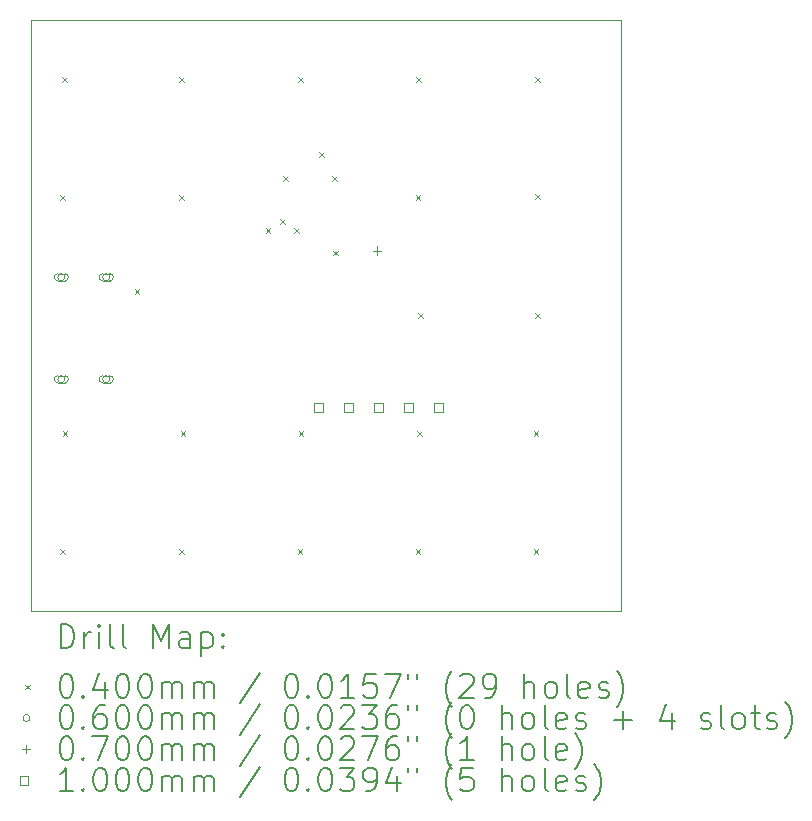
<source format=gbr>
%TF.GenerationSoftware,KiCad,Pcbnew,7.0.9*%
%TF.CreationDate,2024-04-06T01:04:06+02:00*%
%TF.ProjectId,v3,76332e6b-6963-4616-945f-706362585858,rev?*%
%TF.SameCoordinates,Original*%
%TF.FileFunction,Drillmap*%
%TF.FilePolarity,Positive*%
%FSLAX45Y45*%
G04 Gerber Fmt 4.5, Leading zero omitted, Abs format (unit mm)*
G04 Created by KiCad (PCBNEW 7.0.9) date 2024-04-06 01:04:06*
%MOMM*%
%LPD*%
G01*
G04 APERTURE LIST*
%ADD10C,0.100000*%
%ADD11C,0.200000*%
G04 APERTURE END LIST*
D10*
X13000000Y-7000000D02*
X18000000Y-7000000D01*
X18000000Y-12000000D01*
X13000000Y-12000000D01*
X13000000Y-7000000D01*
D11*
D10*
X13250000Y-8480000D02*
X13290000Y-8520000D01*
X13290000Y-8480000D02*
X13250000Y-8520000D01*
X13250000Y-11480000D02*
X13290000Y-11520000D01*
X13290000Y-11480000D02*
X13250000Y-11520000D01*
X13265000Y-7480000D02*
X13305000Y-7520000D01*
X13305000Y-7480000D02*
X13265000Y-7520000D01*
X13270000Y-10480000D02*
X13310000Y-10520000D01*
X13310000Y-10480000D02*
X13270000Y-10520000D01*
X13880000Y-9280000D02*
X13920000Y-9320000D01*
X13920000Y-9280000D02*
X13880000Y-9320000D01*
X14260000Y-7480000D02*
X14300000Y-7520000D01*
X14300000Y-7480000D02*
X14260000Y-7520000D01*
X14260000Y-8480000D02*
X14300000Y-8520000D01*
X14300000Y-8480000D02*
X14260000Y-8520000D01*
X14260000Y-11480000D02*
X14300000Y-11520000D01*
X14300000Y-11480000D02*
X14260000Y-11520000D01*
X14270000Y-10480000D02*
X14310000Y-10520000D01*
X14310000Y-10480000D02*
X14270000Y-10520000D01*
X14990000Y-8760000D02*
X15030000Y-8800000D01*
X15030000Y-8760000D02*
X14990000Y-8800000D01*
X15110000Y-8685000D02*
X15150000Y-8725000D01*
X15150000Y-8685000D02*
X15110000Y-8725000D01*
X15140000Y-8320000D02*
X15180000Y-8360000D01*
X15180000Y-8320000D02*
X15140000Y-8360000D01*
X15230000Y-8760000D02*
X15270000Y-8800000D01*
X15270000Y-8760000D02*
X15230000Y-8800000D01*
X15260000Y-11480000D02*
X15300000Y-11520000D01*
X15300000Y-11480000D02*
X15260000Y-11520000D01*
X15265000Y-7480000D02*
X15305000Y-7520000D01*
X15305000Y-7480000D02*
X15265000Y-7520000D01*
X15270000Y-10480000D02*
X15310000Y-10520000D01*
X15310000Y-10480000D02*
X15270000Y-10520000D01*
X15440000Y-8120000D02*
X15480000Y-8160000D01*
X15480000Y-8120000D02*
X15440000Y-8160000D01*
X15550000Y-8320000D02*
X15590000Y-8360000D01*
X15590000Y-8320000D02*
X15550000Y-8360000D01*
X15560000Y-8950000D02*
X15600000Y-8990000D01*
X15600000Y-8950000D02*
X15560000Y-8990000D01*
X16260000Y-8480000D02*
X16300000Y-8520000D01*
X16300000Y-8480000D02*
X16260000Y-8520000D01*
X16260000Y-11480000D02*
X16300000Y-11520000D01*
X16300000Y-11480000D02*
X16260000Y-11520000D01*
X16265000Y-7480000D02*
X16305000Y-7520000D01*
X16305000Y-7480000D02*
X16265000Y-7520000D01*
X16270000Y-10480000D02*
X16310000Y-10520000D01*
X16310000Y-10480000D02*
X16270000Y-10520000D01*
X16280000Y-9480000D02*
X16320000Y-9520000D01*
X16320000Y-9480000D02*
X16280000Y-9520000D01*
X17260000Y-10480000D02*
X17300000Y-10520000D01*
X17300000Y-10480000D02*
X17260000Y-10520000D01*
X17260000Y-11480000D02*
X17300000Y-11520000D01*
X17300000Y-11480000D02*
X17260000Y-11520000D01*
X17270000Y-7480000D02*
X17310000Y-7520000D01*
X17310000Y-7480000D02*
X17270000Y-7520000D01*
X17270000Y-8470000D02*
X17310000Y-8510000D01*
X17310000Y-8470000D02*
X17270000Y-8510000D01*
X17270000Y-9480000D02*
X17310000Y-9520000D01*
X17310000Y-9480000D02*
X17270000Y-9520000D01*
X13290000Y-9176000D02*
G75*
G03*
X13290000Y-9176000I-30000J0D01*
G01*
X13230000Y-9206000D02*
X13290000Y-9206000D01*
X13290000Y-9206000D02*
G75*
G03*
X13290000Y-9146000I0J30000D01*
G01*
X13290000Y-9146000D02*
X13230000Y-9146000D01*
X13230000Y-9146000D02*
G75*
G03*
X13230000Y-9206000I0J-30000D01*
G01*
X13290000Y-10040000D02*
G75*
G03*
X13290000Y-10040000I-30000J0D01*
G01*
X13230000Y-10070000D02*
X13290000Y-10070000D01*
X13290000Y-10070000D02*
G75*
G03*
X13290000Y-10010000I0J30000D01*
G01*
X13290000Y-10010000D02*
X13230000Y-10010000D01*
X13230000Y-10010000D02*
G75*
G03*
X13230000Y-10070000I0J-30000D01*
G01*
X13670000Y-9176000D02*
G75*
G03*
X13670000Y-9176000I-30000J0D01*
G01*
X13610000Y-9206000D02*
X13670000Y-9206000D01*
X13670000Y-9206000D02*
G75*
G03*
X13670000Y-9146000I0J30000D01*
G01*
X13670000Y-9146000D02*
X13610000Y-9146000D01*
X13610000Y-9146000D02*
G75*
G03*
X13610000Y-9206000I0J-30000D01*
G01*
X13670000Y-10040000D02*
G75*
G03*
X13670000Y-10040000I-30000J0D01*
G01*
X13610000Y-10070000D02*
X13670000Y-10070000D01*
X13670000Y-10070000D02*
G75*
G03*
X13670000Y-10010000I0J30000D01*
G01*
X13670000Y-10010000D02*
X13610000Y-10010000D01*
X13610000Y-10010000D02*
G75*
G03*
X13610000Y-10070000I0J-30000D01*
G01*
X15930000Y-8915000D02*
X15930000Y-8985000D01*
X15895000Y-8950000D02*
X15965000Y-8950000D01*
X15471356Y-10315356D02*
X15471356Y-10244644D01*
X15400644Y-10244644D01*
X15400644Y-10315356D01*
X15471356Y-10315356D01*
X15725356Y-10315356D02*
X15725356Y-10244644D01*
X15654644Y-10244644D01*
X15654644Y-10315356D01*
X15725356Y-10315356D01*
X15979356Y-10315356D02*
X15979356Y-10244644D01*
X15908644Y-10244644D01*
X15908644Y-10315356D01*
X15979356Y-10315356D01*
X16233356Y-10315356D02*
X16233356Y-10244644D01*
X16162644Y-10244644D01*
X16162644Y-10315356D01*
X16233356Y-10315356D01*
X16487356Y-10315356D02*
X16487356Y-10244644D01*
X16416644Y-10244644D01*
X16416644Y-10315356D01*
X16487356Y-10315356D01*
D11*
X13255777Y-12316484D02*
X13255777Y-12116484D01*
X13255777Y-12116484D02*
X13303396Y-12116484D01*
X13303396Y-12116484D02*
X13331967Y-12126008D01*
X13331967Y-12126008D02*
X13351015Y-12145055D01*
X13351015Y-12145055D02*
X13360539Y-12164103D01*
X13360539Y-12164103D02*
X13370062Y-12202198D01*
X13370062Y-12202198D02*
X13370062Y-12230769D01*
X13370062Y-12230769D02*
X13360539Y-12268865D01*
X13360539Y-12268865D02*
X13351015Y-12287912D01*
X13351015Y-12287912D02*
X13331967Y-12306960D01*
X13331967Y-12306960D02*
X13303396Y-12316484D01*
X13303396Y-12316484D02*
X13255777Y-12316484D01*
X13455777Y-12316484D02*
X13455777Y-12183150D01*
X13455777Y-12221246D02*
X13465301Y-12202198D01*
X13465301Y-12202198D02*
X13474824Y-12192674D01*
X13474824Y-12192674D02*
X13493872Y-12183150D01*
X13493872Y-12183150D02*
X13512920Y-12183150D01*
X13579586Y-12316484D02*
X13579586Y-12183150D01*
X13579586Y-12116484D02*
X13570062Y-12126008D01*
X13570062Y-12126008D02*
X13579586Y-12135531D01*
X13579586Y-12135531D02*
X13589110Y-12126008D01*
X13589110Y-12126008D02*
X13579586Y-12116484D01*
X13579586Y-12116484D02*
X13579586Y-12135531D01*
X13703396Y-12316484D02*
X13684348Y-12306960D01*
X13684348Y-12306960D02*
X13674824Y-12287912D01*
X13674824Y-12287912D02*
X13674824Y-12116484D01*
X13808158Y-12316484D02*
X13789110Y-12306960D01*
X13789110Y-12306960D02*
X13779586Y-12287912D01*
X13779586Y-12287912D02*
X13779586Y-12116484D01*
X14036729Y-12316484D02*
X14036729Y-12116484D01*
X14036729Y-12116484D02*
X14103396Y-12259341D01*
X14103396Y-12259341D02*
X14170062Y-12116484D01*
X14170062Y-12116484D02*
X14170062Y-12316484D01*
X14351015Y-12316484D02*
X14351015Y-12211722D01*
X14351015Y-12211722D02*
X14341491Y-12192674D01*
X14341491Y-12192674D02*
X14322443Y-12183150D01*
X14322443Y-12183150D02*
X14284348Y-12183150D01*
X14284348Y-12183150D02*
X14265301Y-12192674D01*
X14351015Y-12306960D02*
X14331967Y-12316484D01*
X14331967Y-12316484D02*
X14284348Y-12316484D01*
X14284348Y-12316484D02*
X14265301Y-12306960D01*
X14265301Y-12306960D02*
X14255777Y-12287912D01*
X14255777Y-12287912D02*
X14255777Y-12268865D01*
X14255777Y-12268865D02*
X14265301Y-12249817D01*
X14265301Y-12249817D02*
X14284348Y-12240293D01*
X14284348Y-12240293D02*
X14331967Y-12240293D01*
X14331967Y-12240293D02*
X14351015Y-12230769D01*
X14446253Y-12183150D02*
X14446253Y-12383150D01*
X14446253Y-12192674D02*
X14465301Y-12183150D01*
X14465301Y-12183150D02*
X14503396Y-12183150D01*
X14503396Y-12183150D02*
X14522443Y-12192674D01*
X14522443Y-12192674D02*
X14531967Y-12202198D01*
X14531967Y-12202198D02*
X14541491Y-12221246D01*
X14541491Y-12221246D02*
X14541491Y-12278388D01*
X14541491Y-12278388D02*
X14531967Y-12297436D01*
X14531967Y-12297436D02*
X14522443Y-12306960D01*
X14522443Y-12306960D02*
X14503396Y-12316484D01*
X14503396Y-12316484D02*
X14465301Y-12316484D01*
X14465301Y-12316484D02*
X14446253Y-12306960D01*
X14627205Y-12297436D02*
X14636729Y-12306960D01*
X14636729Y-12306960D02*
X14627205Y-12316484D01*
X14627205Y-12316484D02*
X14617682Y-12306960D01*
X14617682Y-12306960D02*
X14627205Y-12297436D01*
X14627205Y-12297436D02*
X14627205Y-12316484D01*
X14627205Y-12192674D02*
X14636729Y-12202198D01*
X14636729Y-12202198D02*
X14627205Y-12211722D01*
X14627205Y-12211722D02*
X14617682Y-12202198D01*
X14617682Y-12202198D02*
X14627205Y-12192674D01*
X14627205Y-12192674D02*
X14627205Y-12211722D01*
D10*
X12955000Y-12625000D02*
X12995000Y-12665000D01*
X12995000Y-12625000D02*
X12955000Y-12665000D01*
D11*
X13293872Y-12536484D02*
X13312920Y-12536484D01*
X13312920Y-12536484D02*
X13331967Y-12546008D01*
X13331967Y-12546008D02*
X13341491Y-12555531D01*
X13341491Y-12555531D02*
X13351015Y-12574579D01*
X13351015Y-12574579D02*
X13360539Y-12612674D01*
X13360539Y-12612674D02*
X13360539Y-12660293D01*
X13360539Y-12660293D02*
X13351015Y-12698388D01*
X13351015Y-12698388D02*
X13341491Y-12717436D01*
X13341491Y-12717436D02*
X13331967Y-12726960D01*
X13331967Y-12726960D02*
X13312920Y-12736484D01*
X13312920Y-12736484D02*
X13293872Y-12736484D01*
X13293872Y-12736484D02*
X13274824Y-12726960D01*
X13274824Y-12726960D02*
X13265301Y-12717436D01*
X13265301Y-12717436D02*
X13255777Y-12698388D01*
X13255777Y-12698388D02*
X13246253Y-12660293D01*
X13246253Y-12660293D02*
X13246253Y-12612674D01*
X13246253Y-12612674D02*
X13255777Y-12574579D01*
X13255777Y-12574579D02*
X13265301Y-12555531D01*
X13265301Y-12555531D02*
X13274824Y-12546008D01*
X13274824Y-12546008D02*
X13293872Y-12536484D01*
X13446253Y-12717436D02*
X13455777Y-12726960D01*
X13455777Y-12726960D02*
X13446253Y-12736484D01*
X13446253Y-12736484D02*
X13436729Y-12726960D01*
X13436729Y-12726960D02*
X13446253Y-12717436D01*
X13446253Y-12717436D02*
X13446253Y-12736484D01*
X13627205Y-12603150D02*
X13627205Y-12736484D01*
X13579586Y-12526960D02*
X13531967Y-12669817D01*
X13531967Y-12669817D02*
X13655777Y-12669817D01*
X13770062Y-12536484D02*
X13789110Y-12536484D01*
X13789110Y-12536484D02*
X13808158Y-12546008D01*
X13808158Y-12546008D02*
X13817682Y-12555531D01*
X13817682Y-12555531D02*
X13827205Y-12574579D01*
X13827205Y-12574579D02*
X13836729Y-12612674D01*
X13836729Y-12612674D02*
X13836729Y-12660293D01*
X13836729Y-12660293D02*
X13827205Y-12698388D01*
X13827205Y-12698388D02*
X13817682Y-12717436D01*
X13817682Y-12717436D02*
X13808158Y-12726960D01*
X13808158Y-12726960D02*
X13789110Y-12736484D01*
X13789110Y-12736484D02*
X13770062Y-12736484D01*
X13770062Y-12736484D02*
X13751015Y-12726960D01*
X13751015Y-12726960D02*
X13741491Y-12717436D01*
X13741491Y-12717436D02*
X13731967Y-12698388D01*
X13731967Y-12698388D02*
X13722443Y-12660293D01*
X13722443Y-12660293D02*
X13722443Y-12612674D01*
X13722443Y-12612674D02*
X13731967Y-12574579D01*
X13731967Y-12574579D02*
X13741491Y-12555531D01*
X13741491Y-12555531D02*
X13751015Y-12546008D01*
X13751015Y-12546008D02*
X13770062Y-12536484D01*
X13960539Y-12536484D02*
X13979586Y-12536484D01*
X13979586Y-12536484D02*
X13998634Y-12546008D01*
X13998634Y-12546008D02*
X14008158Y-12555531D01*
X14008158Y-12555531D02*
X14017682Y-12574579D01*
X14017682Y-12574579D02*
X14027205Y-12612674D01*
X14027205Y-12612674D02*
X14027205Y-12660293D01*
X14027205Y-12660293D02*
X14017682Y-12698388D01*
X14017682Y-12698388D02*
X14008158Y-12717436D01*
X14008158Y-12717436D02*
X13998634Y-12726960D01*
X13998634Y-12726960D02*
X13979586Y-12736484D01*
X13979586Y-12736484D02*
X13960539Y-12736484D01*
X13960539Y-12736484D02*
X13941491Y-12726960D01*
X13941491Y-12726960D02*
X13931967Y-12717436D01*
X13931967Y-12717436D02*
X13922443Y-12698388D01*
X13922443Y-12698388D02*
X13912920Y-12660293D01*
X13912920Y-12660293D02*
X13912920Y-12612674D01*
X13912920Y-12612674D02*
X13922443Y-12574579D01*
X13922443Y-12574579D02*
X13931967Y-12555531D01*
X13931967Y-12555531D02*
X13941491Y-12546008D01*
X13941491Y-12546008D02*
X13960539Y-12536484D01*
X14112920Y-12736484D02*
X14112920Y-12603150D01*
X14112920Y-12622198D02*
X14122443Y-12612674D01*
X14122443Y-12612674D02*
X14141491Y-12603150D01*
X14141491Y-12603150D02*
X14170063Y-12603150D01*
X14170063Y-12603150D02*
X14189110Y-12612674D01*
X14189110Y-12612674D02*
X14198634Y-12631722D01*
X14198634Y-12631722D02*
X14198634Y-12736484D01*
X14198634Y-12631722D02*
X14208158Y-12612674D01*
X14208158Y-12612674D02*
X14227205Y-12603150D01*
X14227205Y-12603150D02*
X14255777Y-12603150D01*
X14255777Y-12603150D02*
X14274824Y-12612674D01*
X14274824Y-12612674D02*
X14284348Y-12631722D01*
X14284348Y-12631722D02*
X14284348Y-12736484D01*
X14379586Y-12736484D02*
X14379586Y-12603150D01*
X14379586Y-12622198D02*
X14389110Y-12612674D01*
X14389110Y-12612674D02*
X14408158Y-12603150D01*
X14408158Y-12603150D02*
X14436729Y-12603150D01*
X14436729Y-12603150D02*
X14455777Y-12612674D01*
X14455777Y-12612674D02*
X14465301Y-12631722D01*
X14465301Y-12631722D02*
X14465301Y-12736484D01*
X14465301Y-12631722D02*
X14474824Y-12612674D01*
X14474824Y-12612674D02*
X14493872Y-12603150D01*
X14493872Y-12603150D02*
X14522443Y-12603150D01*
X14522443Y-12603150D02*
X14541491Y-12612674D01*
X14541491Y-12612674D02*
X14551015Y-12631722D01*
X14551015Y-12631722D02*
X14551015Y-12736484D01*
X14941491Y-12526960D02*
X14770063Y-12784103D01*
X15198634Y-12536484D02*
X15217682Y-12536484D01*
X15217682Y-12536484D02*
X15236729Y-12546008D01*
X15236729Y-12546008D02*
X15246253Y-12555531D01*
X15246253Y-12555531D02*
X15255777Y-12574579D01*
X15255777Y-12574579D02*
X15265301Y-12612674D01*
X15265301Y-12612674D02*
X15265301Y-12660293D01*
X15265301Y-12660293D02*
X15255777Y-12698388D01*
X15255777Y-12698388D02*
X15246253Y-12717436D01*
X15246253Y-12717436D02*
X15236729Y-12726960D01*
X15236729Y-12726960D02*
X15217682Y-12736484D01*
X15217682Y-12736484D02*
X15198634Y-12736484D01*
X15198634Y-12736484D02*
X15179586Y-12726960D01*
X15179586Y-12726960D02*
X15170063Y-12717436D01*
X15170063Y-12717436D02*
X15160539Y-12698388D01*
X15160539Y-12698388D02*
X15151015Y-12660293D01*
X15151015Y-12660293D02*
X15151015Y-12612674D01*
X15151015Y-12612674D02*
X15160539Y-12574579D01*
X15160539Y-12574579D02*
X15170063Y-12555531D01*
X15170063Y-12555531D02*
X15179586Y-12546008D01*
X15179586Y-12546008D02*
X15198634Y-12536484D01*
X15351015Y-12717436D02*
X15360539Y-12726960D01*
X15360539Y-12726960D02*
X15351015Y-12736484D01*
X15351015Y-12736484D02*
X15341491Y-12726960D01*
X15341491Y-12726960D02*
X15351015Y-12717436D01*
X15351015Y-12717436D02*
X15351015Y-12736484D01*
X15484348Y-12536484D02*
X15503396Y-12536484D01*
X15503396Y-12536484D02*
X15522444Y-12546008D01*
X15522444Y-12546008D02*
X15531967Y-12555531D01*
X15531967Y-12555531D02*
X15541491Y-12574579D01*
X15541491Y-12574579D02*
X15551015Y-12612674D01*
X15551015Y-12612674D02*
X15551015Y-12660293D01*
X15551015Y-12660293D02*
X15541491Y-12698388D01*
X15541491Y-12698388D02*
X15531967Y-12717436D01*
X15531967Y-12717436D02*
X15522444Y-12726960D01*
X15522444Y-12726960D02*
X15503396Y-12736484D01*
X15503396Y-12736484D02*
X15484348Y-12736484D01*
X15484348Y-12736484D02*
X15465301Y-12726960D01*
X15465301Y-12726960D02*
X15455777Y-12717436D01*
X15455777Y-12717436D02*
X15446253Y-12698388D01*
X15446253Y-12698388D02*
X15436729Y-12660293D01*
X15436729Y-12660293D02*
X15436729Y-12612674D01*
X15436729Y-12612674D02*
X15446253Y-12574579D01*
X15446253Y-12574579D02*
X15455777Y-12555531D01*
X15455777Y-12555531D02*
X15465301Y-12546008D01*
X15465301Y-12546008D02*
X15484348Y-12536484D01*
X15741491Y-12736484D02*
X15627206Y-12736484D01*
X15684348Y-12736484D02*
X15684348Y-12536484D01*
X15684348Y-12536484D02*
X15665301Y-12565055D01*
X15665301Y-12565055D02*
X15646253Y-12584103D01*
X15646253Y-12584103D02*
X15627206Y-12593627D01*
X15922444Y-12536484D02*
X15827206Y-12536484D01*
X15827206Y-12536484D02*
X15817682Y-12631722D01*
X15817682Y-12631722D02*
X15827206Y-12622198D01*
X15827206Y-12622198D02*
X15846253Y-12612674D01*
X15846253Y-12612674D02*
X15893872Y-12612674D01*
X15893872Y-12612674D02*
X15912920Y-12622198D01*
X15912920Y-12622198D02*
X15922444Y-12631722D01*
X15922444Y-12631722D02*
X15931967Y-12650769D01*
X15931967Y-12650769D02*
X15931967Y-12698388D01*
X15931967Y-12698388D02*
X15922444Y-12717436D01*
X15922444Y-12717436D02*
X15912920Y-12726960D01*
X15912920Y-12726960D02*
X15893872Y-12736484D01*
X15893872Y-12736484D02*
X15846253Y-12736484D01*
X15846253Y-12736484D02*
X15827206Y-12726960D01*
X15827206Y-12726960D02*
X15817682Y-12717436D01*
X15998634Y-12536484D02*
X16131967Y-12536484D01*
X16131967Y-12536484D02*
X16046253Y-12736484D01*
X16198634Y-12536484D02*
X16198634Y-12574579D01*
X16274825Y-12536484D02*
X16274825Y-12574579D01*
X16570063Y-12812674D02*
X16560539Y-12803150D01*
X16560539Y-12803150D02*
X16541491Y-12774579D01*
X16541491Y-12774579D02*
X16531968Y-12755531D01*
X16531968Y-12755531D02*
X16522444Y-12726960D01*
X16522444Y-12726960D02*
X16512920Y-12679341D01*
X16512920Y-12679341D02*
X16512920Y-12641246D01*
X16512920Y-12641246D02*
X16522444Y-12593627D01*
X16522444Y-12593627D02*
X16531968Y-12565055D01*
X16531968Y-12565055D02*
X16541491Y-12546008D01*
X16541491Y-12546008D02*
X16560539Y-12517436D01*
X16560539Y-12517436D02*
X16570063Y-12507912D01*
X16636729Y-12555531D02*
X16646253Y-12546008D01*
X16646253Y-12546008D02*
X16665301Y-12536484D01*
X16665301Y-12536484D02*
X16712920Y-12536484D01*
X16712920Y-12536484D02*
X16731968Y-12546008D01*
X16731968Y-12546008D02*
X16741491Y-12555531D01*
X16741491Y-12555531D02*
X16751015Y-12574579D01*
X16751015Y-12574579D02*
X16751015Y-12593627D01*
X16751015Y-12593627D02*
X16741491Y-12622198D01*
X16741491Y-12622198D02*
X16627206Y-12736484D01*
X16627206Y-12736484D02*
X16751015Y-12736484D01*
X16846253Y-12736484D02*
X16884349Y-12736484D01*
X16884349Y-12736484D02*
X16903396Y-12726960D01*
X16903396Y-12726960D02*
X16912920Y-12717436D01*
X16912920Y-12717436D02*
X16931968Y-12688865D01*
X16931968Y-12688865D02*
X16941491Y-12650769D01*
X16941491Y-12650769D02*
X16941491Y-12574579D01*
X16941491Y-12574579D02*
X16931968Y-12555531D01*
X16931968Y-12555531D02*
X16922444Y-12546008D01*
X16922444Y-12546008D02*
X16903396Y-12536484D01*
X16903396Y-12536484D02*
X16865301Y-12536484D01*
X16865301Y-12536484D02*
X16846253Y-12546008D01*
X16846253Y-12546008D02*
X16836730Y-12555531D01*
X16836730Y-12555531D02*
X16827206Y-12574579D01*
X16827206Y-12574579D02*
X16827206Y-12622198D01*
X16827206Y-12622198D02*
X16836730Y-12641246D01*
X16836730Y-12641246D02*
X16846253Y-12650769D01*
X16846253Y-12650769D02*
X16865301Y-12660293D01*
X16865301Y-12660293D02*
X16903396Y-12660293D01*
X16903396Y-12660293D02*
X16922444Y-12650769D01*
X16922444Y-12650769D02*
X16931968Y-12641246D01*
X16931968Y-12641246D02*
X16941491Y-12622198D01*
X17179587Y-12736484D02*
X17179587Y-12536484D01*
X17265301Y-12736484D02*
X17265301Y-12631722D01*
X17265301Y-12631722D02*
X17255777Y-12612674D01*
X17255777Y-12612674D02*
X17236730Y-12603150D01*
X17236730Y-12603150D02*
X17208158Y-12603150D01*
X17208158Y-12603150D02*
X17189111Y-12612674D01*
X17189111Y-12612674D02*
X17179587Y-12622198D01*
X17389111Y-12736484D02*
X17370063Y-12726960D01*
X17370063Y-12726960D02*
X17360539Y-12717436D01*
X17360539Y-12717436D02*
X17351015Y-12698388D01*
X17351015Y-12698388D02*
X17351015Y-12641246D01*
X17351015Y-12641246D02*
X17360539Y-12622198D01*
X17360539Y-12622198D02*
X17370063Y-12612674D01*
X17370063Y-12612674D02*
X17389111Y-12603150D01*
X17389111Y-12603150D02*
X17417682Y-12603150D01*
X17417682Y-12603150D02*
X17436730Y-12612674D01*
X17436730Y-12612674D02*
X17446253Y-12622198D01*
X17446253Y-12622198D02*
X17455777Y-12641246D01*
X17455777Y-12641246D02*
X17455777Y-12698388D01*
X17455777Y-12698388D02*
X17446253Y-12717436D01*
X17446253Y-12717436D02*
X17436730Y-12726960D01*
X17436730Y-12726960D02*
X17417682Y-12736484D01*
X17417682Y-12736484D02*
X17389111Y-12736484D01*
X17570063Y-12736484D02*
X17551015Y-12726960D01*
X17551015Y-12726960D02*
X17541492Y-12707912D01*
X17541492Y-12707912D02*
X17541492Y-12536484D01*
X17722444Y-12726960D02*
X17703396Y-12736484D01*
X17703396Y-12736484D02*
X17665301Y-12736484D01*
X17665301Y-12736484D02*
X17646253Y-12726960D01*
X17646253Y-12726960D02*
X17636730Y-12707912D01*
X17636730Y-12707912D02*
X17636730Y-12631722D01*
X17636730Y-12631722D02*
X17646253Y-12612674D01*
X17646253Y-12612674D02*
X17665301Y-12603150D01*
X17665301Y-12603150D02*
X17703396Y-12603150D01*
X17703396Y-12603150D02*
X17722444Y-12612674D01*
X17722444Y-12612674D02*
X17731968Y-12631722D01*
X17731968Y-12631722D02*
X17731968Y-12650769D01*
X17731968Y-12650769D02*
X17636730Y-12669817D01*
X17808158Y-12726960D02*
X17827206Y-12736484D01*
X17827206Y-12736484D02*
X17865301Y-12736484D01*
X17865301Y-12736484D02*
X17884349Y-12726960D01*
X17884349Y-12726960D02*
X17893873Y-12707912D01*
X17893873Y-12707912D02*
X17893873Y-12698388D01*
X17893873Y-12698388D02*
X17884349Y-12679341D01*
X17884349Y-12679341D02*
X17865301Y-12669817D01*
X17865301Y-12669817D02*
X17836730Y-12669817D01*
X17836730Y-12669817D02*
X17817682Y-12660293D01*
X17817682Y-12660293D02*
X17808158Y-12641246D01*
X17808158Y-12641246D02*
X17808158Y-12631722D01*
X17808158Y-12631722D02*
X17817682Y-12612674D01*
X17817682Y-12612674D02*
X17836730Y-12603150D01*
X17836730Y-12603150D02*
X17865301Y-12603150D01*
X17865301Y-12603150D02*
X17884349Y-12612674D01*
X17960539Y-12812674D02*
X17970063Y-12803150D01*
X17970063Y-12803150D02*
X17989111Y-12774579D01*
X17989111Y-12774579D02*
X17998634Y-12755531D01*
X17998634Y-12755531D02*
X18008158Y-12726960D01*
X18008158Y-12726960D02*
X18017682Y-12679341D01*
X18017682Y-12679341D02*
X18017682Y-12641246D01*
X18017682Y-12641246D02*
X18008158Y-12593627D01*
X18008158Y-12593627D02*
X17998634Y-12565055D01*
X17998634Y-12565055D02*
X17989111Y-12546008D01*
X17989111Y-12546008D02*
X17970063Y-12517436D01*
X17970063Y-12517436D02*
X17960539Y-12507912D01*
D10*
X12995000Y-12909000D02*
G75*
G03*
X12995000Y-12909000I-30000J0D01*
G01*
D11*
X13293872Y-12800484D02*
X13312920Y-12800484D01*
X13312920Y-12800484D02*
X13331967Y-12810008D01*
X13331967Y-12810008D02*
X13341491Y-12819531D01*
X13341491Y-12819531D02*
X13351015Y-12838579D01*
X13351015Y-12838579D02*
X13360539Y-12876674D01*
X13360539Y-12876674D02*
X13360539Y-12924293D01*
X13360539Y-12924293D02*
X13351015Y-12962388D01*
X13351015Y-12962388D02*
X13341491Y-12981436D01*
X13341491Y-12981436D02*
X13331967Y-12990960D01*
X13331967Y-12990960D02*
X13312920Y-13000484D01*
X13312920Y-13000484D02*
X13293872Y-13000484D01*
X13293872Y-13000484D02*
X13274824Y-12990960D01*
X13274824Y-12990960D02*
X13265301Y-12981436D01*
X13265301Y-12981436D02*
X13255777Y-12962388D01*
X13255777Y-12962388D02*
X13246253Y-12924293D01*
X13246253Y-12924293D02*
X13246253Y-12876674D01*
X13246253Y-12876674D02*
X13255777Y-12838579D01*
X13255777Y-12838579D02*
X13265301Y-12819531D01*
X13265301Y-12819531D02*
X13274824Y-12810008D01*
X13274824Y-12810008D02*
X13293872Y-12800484D01*
X13446253Y-12981436D02*
X13455777Y-12990960D01*
X13455777Y-12990960D02*
X13446253Y-13000484D01*
X13446253Y-13000484D02*
X13436729Y-12990960D01*
X13436729Y-12990960D02*
X13446253Y-12981436D01*
X13446253Y-12981436D02*
X13446253Y-13000484D01*
X13627205Y-12800484D02*
X13589110Y-12800484D01*
X13589110Y-12800484D02*
X13570062Y-12810008D01*
X13570062Y-12810008D02*
X13560539Y-12819531D01*
X13560539Y-12819531D02*
X13541491Y-12848103D01*
X13541491Y-12848103D02*
X13531967Y-12886198D01*
X13531967Y-12886198D02*
X13531967Y-12962388D01*
X13531967Y-12962388D02*
X13541491Y-12981436D01*
X13541491Y-12981436D02*
X13551015Y-12990960D01*
X13551015Y-12990960D02*
X13570062Y-13000484D01*
X13570062Y-13000484D02*
X13608158Y-13000484D01*
X13608158Y-13000484D02*
X13627205Y-12990960D01*
X13627205Y-12990960D02*
X13636729Y-12981436D01*
X13636729Y-12981436D02*
X13646253Y-12962388D01*
X13646253Y-12962388D02*
X13646253Y-12914769D01*
X13646253Y-12914769D02*
X13636729Y-12895722D01*
X13636729Y-12895722D02*
X13627205Y-12886198D01*
X13627205Y-12886198D02*
X13608158Y-12876674D01*
X13608158Y-12876674D02*
X13570062Y-12876674D01*
X13570062Y-12876674D02*
X13551015Y-12886198D01*
X13551015Y-12886198D02*
X13541491Y-12895722D01*
X13541491Y-12895722D02*
X13531967Y-12914769D01*
X13770062Y-12800484D02*
X13789110Y-12800484D01*
X13789110Y-12800484D02*
X13808158Y-12810008D01*
X13808158Y-12810008D02*
X13817682Y-12819531D01*
X13817682Y-12819531D02*
X13827205Y-12838579D01*
X13827205Y-12838579D02*
X13836729Y-12876674D01*
X13836729Y-12876674D02*
X13836729Y-12924293D01*
X13836729Y-12924293D02*
X13827205Y-12962388D01*
X13827205Y-12962388D02*
X13817682Y-12981436D01*
X13817682Y-12981436D02*
X13808158Y-12990960D01*
X13808158Y-12990960D02*
X13789110Y-13000484D01*
X13789110Y-13000484D02*
X13770062Y-13000484D01*
X13770062Y-13000484D02*
X13751015Y-12990960D01*
X13751015Y-12990960D02*
X13741491Y-12981436D01*
X13741491Y-12981436D02*
X13731967Y-12962388D01*
X13731967Y-12962388D02*
X13722443Y-12924293D01*
X13722443Y-12924293D02*
X13722443Y-12876674D01*
X13722443Y-12876674D02*
X13731967Y-12838579D01*
X13731967Y-12838579D02*
X13741491Y-12819531D01*
X13741491Y-12819531D02*
X13751015Y-12810008D01*
X13751015Y-12810008D02*
X13770062Y-12800484D01*
X13960539Y-12800484D02*
X13979586Y-12800484D01*
X13979586Y-12800484D02*
X13998634Y-12810008D01*
X13998634Y-12810008D02*
X14008158Y-12819531D01*
X14008158Y-12819531D02*
X14017682Y-12838579D01*
X14017682Y-12838579D02*
X14027205Y-12876674D01*
X14027205Y-12876674D02*
X14027205Y-12924293D01*
X14027205Y-12924293D02*
X14017682Y-12962388D01*
X14017682Y-12962388D02*
X14008158Y-12981436D01*
X14008158Y-12981436D02*
X13998634Y-12990960D01*
X13998634Y-12990960D02*
X13979586Y-13000484D01*
X13979586Y-13000484D02*
X13960539Y-13000484D01*
X13960539Y-13000484D02*
X13941491Y-12990960D01*
X13941491Y-12990960D02*
X13931967Y-12981436D01*
X13931967Y-12981436D02*
X13922443Y-12962388D01*
X13922443Y-12962388D02*
X13912920Y-12924293D01*
X13912920Y-12924293D02*
X13912920Y-12876674D01*
X13912920Y-12876674D02*
X13922443Y-12838579D01*
X13922443Y-12838579D02*
X13931967Y-12819531D01*
X13931967Y-12819531D02*
X13941491Y-12810008D01*
X13941491Y-12810008D02*
X13960539Y-12800484D01*
X14112920Y-13000484D02*
X14112920Y-12867150D01*
X14112920Y-12886198D02*
X14122443Y-12876674D01*
X14122443Y-12876674D02*
X14141491Y-12867150D01*
X14141491Y-12867150D02*
X14170063Y-12867150D01*
X14170063Y-12867150D02*
X14189110Y-12876674D01*
X14189110Y-12876674D02*
X14198634Y-12895722D01*
X14198634Y-12895722D02*
X14198634Y-13000484D01*
X14198634Y-12895722D02*
X14208158Y-12876674D01*
X14208158Y-12876674D02*
X14227205Y-12867150D01*
X14227205Y-12867150D02*
X14255777Y-12867150D01*
X14255777Y-12867150D02*
X14274824Y-12876674D01*
X14274824Y-12876674D02*
X14284348Y-12895722D01*
X14284348Y-12895722D02*
X14284348Y-13000484D01*
X14379586Y-13000484D02*
X14379586Y-12867150D01*
X14379586Y-12886198D02*
X14389110Y-12876674D01*
X14389110Y-12876674D02*
X14408158Y-12867150D01*
X14408158Y-12867150D02*
X14436729Y-12867150D01*
X14436729Y-12867150D02*
X14455777Y-12876674D01*
X14455777Y-12876674D02*
X14465301Y-12895722D01*
X14465301Y-12895722D02*
X14465301Y-13000484D01*
X14465301Y-12895722D02*
X14474824Y-12876674D01*
X14474824Y-12876674D02*
X14493872Y-12867150D01*
X14493872Y-12867150D02*
X14522443Y-12867150D01*
X14522443Y-12867150D02*
X14541491Y-12876674D01*
X14541491Y-12876674D02*
X14551015Y-12895722D01*
X14551015Y-12895722D02*
X14551015Y-13000484D01*
X14941491Y-12790960D02*
X14770063Y-13048103D01*
X15198634Y-12800484D02*
X15217682Y-12800484D01*
X15217682Y-12800484D02*
X15236729Y-12810008D01*
X15236729Y-12810008D02*
X15246253Y-12819531D01*
X15246253Y-12819531D02*
X15255777Y-12838579D01*
X15255777Y-12838579D02*
X15265301Y-12876674D01*
X15265301Y-12876674D02*
X15265301Y-12924293D01*
X15265301Y-12924293D02*
X15255777Y-12962388D01*
X15255777Y-12962388D02*
X15246253Y-12981436D01*
X15246253Y-12981436D02*
X15236729Y-12990960D01*
X15236729Y-12990960D02*
X15217682Y-13000484D01*
X15217682Y-13000484D02*
X15198634Y-13000484D01*
X15198634Y-13000484D02*
X15179586Y-12990960D01*
X15179586Y-12990960D02*
X15170063Y-12981436D01*
X15170063Y-12981436D02*
X15160539Y-12962388D01*
X15160539Y-12962388D02*
X15151015Y-12924293D01*
X15151015Y-12924293D02*
X15151015Y-12876674D01*
X15151015Y-12876674D02*
X15160539Y-12838579D01*
X15160539Y-12838579D02*
X15170063Y-12819531D01*
X15170063Y-12819531D02*
X15179586Y-12810008D01*
X15179586Y-12810008D02*
X15198634Y-12800484D01*
X15351015Y-12981436D02*
X15360539Y-12990960D01*
X15360539Y-12990960D02*
X15351015Y-13000484D01*
X15351015Y-13000484D02*
X15341491Y-12990960D01*
X15341491Y-12990960D02*
X15351015Y-12981436D01*
X15351015Y-12981436D02*
X15351015Y-13000484D01*
X15484348Y-12800484D02*
X15503396Y-12800484D01*
X15503396Y-12800484D02*
X15522444Y-12810008D01*
X15522444Y-12810008D02*
X15531967Y-12819531D01*
X15531967Y-12819531D02*
X15541491Y-12838579D01*
X15541491Y-12838579D02*
X15551015Y-12876674D01*
X15551015Y-12876674D02*
X15551015Y-12924293D01*
X15551015Y-12924293D02*
X15541491Y-12962388D01*
X15541491Y-12962388D02*
X15531967Y-12981436D01*
X15531967Y-12981436D02*
X15522444Y-12990960D01*
X15522444Y-12990960D02*
X15503396Y-13000484D01*
X15503396Y-13000484D02*
X15484348Y-13000484D01*
X15484348Y-13000484D02*
X15465301Y-12990960D01*
X15465301Y-12990960D02*
X15455777Y-12981436D01*
X15455777Y-12981436D02*
X15446253Y-12962388D01*
X15446253Y-12962388D02*
X15436729Y-12924293D01*
X15436729Y-12924293D02*
X15436729Y-12876674D01*
X15436729Y-12876674D02*
X15446253Y-12838579D01*
X15446253Y-12838579D02*
X15455777Y-12819531D01*
X15455777Y-12819531D02*
X15465301Y-12810008D01*
X15465301Y-12810008D02*
X15484348Y-12800484D01*
X15627206Y-12819531D02*
X15636729Y-12810008D01*
X15636729Y-12810008D02*
X15655777Y-12800484D01*
X15655777Y-12800484D02*
X15703396Y-12800484D01*
X15703396Y-12800484D02*
X15722444Y-12810008D01*
X15722444Y-12810008D02*
X15731967Y-12819531D01*
X15731967Y-12819531D02*
X15741491Y-12838579D01*
X15741491Y-12838579D02*
X15741491Y-12857627D01*
X15741491Y-12857627D02*
X15731967Y-12886198D01*
X15731967Y-12886198D02*
X15617682Y-13000484D01*
X15617682Y-13000484D02*
X15741491Y-13000484D01*
X15808158Y-12800484D02*
X15931967Y-12800484D01*
X15931967Y-12800484D02*
X15865301Y-12876674D01*
X15865301Y-12876674D02*
X15893872Y-12876674D01*
X15893872Y-12876674D02*
X15912920Y-12886198D01*
X15912920Y-12886198D02*
X15922444Y-12895722D01*
X15922444Y-12895722D02*
X15931967Y-12914769D01*
X15931967Y-12914769D02*
X15931967Y-12962388D01*
X15931967Y-12962388D02*
X15922444Y-12981436D01*
X15922444Y-12981436D02*
X15912920Y-12990960D01*
X15912920Y-12990960D02*
X15893872Y-13000484D01*
X15893872Y-13000484D02*
X15836729Y-13000484D01*
X15836729Y-13000484D02*
X15817682Y-12990960D01*
X15817682Y-12990960D02*
X15808158Y-12981436D01*
X16103396Y-12800484D02*
X16065301Y-12800484D01*
X16065301Y-12800484D02*
X16046253Y-12810008D01*
X16046253Y-12810008D02*
X16036729Y-12819531D01*
X16036729Y-12819531D02*
X16017682Y-12848103D01*
X16017682Y-12848103D02*
X16008158Y-12886198D01*
X16008158Y-12886198D02*
X16008158Y-12962388D01*
X16008158Y-12962388D02*
X16017682Y-12981436D01*
X16017682Y-12981436D02*
X16027206Y-12990960D01*
X16027206Y-12990960D02*
X16046253Y-13000484D01*
X16046253Y-13000484D02*
X16084348Y-13000484D01*
X16084348Y-13000484D02*
X16103396Y-12990960D01*
X16103396Y-12990960D02*
X16112920Y-12981436D01*
X16112920Y-12981436D02*
X16122444Y-12962388D01*
X16122444Y-12962388D02*
X16122444Y-12914769D01*
X16122444Y-12914769D02*
X16112920Y-12895722D01*
X16112920Y-12895722D02*
X16103396Y-12886198D01*
X16103396Y-12886198D02*
X16084348Y-12876674D01*
X16084348Y-12876674D02*
X16046253Y-12876674D01*
X16046253Y-12876674D02*
X16027206Y-12886198D01*
X16027206Y-12886198D02*
X16017682Y-12895722D01*
X16017682Y-12895722D02*
X16008158Y-12914769D01*
X16198634Y-12800484D02*
X16198634Y-12838579D01*
X16274825Y-12800484D02*
X16274825Y-12838579D01*
X16570063Y-13076674D02*
X16560539Y-13067150D01*
X16560539Y-13067150D02*
X16541491Y-13038579D01*
X16541491Y-13038579D02*
X16531968Y-13019531D01*
X16531968Y-13019531D02*
X16522444Y-12990960D01*
X16522444Y-12990960D02*
X16512920Y-12943341D01*
X16512920Y-12943341D02*
X16512920Y-12905246D01*
X16512920Y-12905246D02*
X16522444Y-12857627D01*
X16522444Y-12857627D02*
X16531968Y-12829055D01*
X16531968Y-12829055D02*
X16541491Y-12810008D01*
X16541491Y-12810008D02*
X16560539Y-12781436D01*
X16560539Y-12781436D02*
X16570063Y-12771912D01*
X16684348Y-12800484D02*
X16703396Y-12800484D01*
X16703396Y-12800484D02*
X16722444Y-12810008D01*
X16722444Y-12810008D02*
X16731968Y-12819531D01*
X16731968Y-12819531D02*
X16741491Y-12838579D01*
X16741491Y-12838579D02*
X16751015Y-12876674D01*
X16751015Y-12876674D02*
X16751015Y-12924293D01*
X16751015Y-12924293D02*
X16741491Y-12962388D01*
X16741491Y-12962388D02*
X16731968Y-12981436D01*
X16731968Y-12981436D02*
X16722444Y-12990960D01*
X16722444Y-12990960D02*
X16703396Y-13000484D01*
X16703396Y-13000484D02*
X16684348Y-13000484D01*
X16684348Y-13000484D02*
X16665301Y-12990960D01*
X16665301Y-12990960D02*
X16655777Y-12981436D01*
X16655777Y-12981436D02*
X16646253Y-12962388D01*
X16646253Y-12962388D02*
X16636729Y-12924293D01*
X16636729Y-12924293D02*
X16636729Y-12876674D01*
X16636729Y-12876674D02*
X16646253Y-12838579D01*
X16646253Y-12838579D02*
X16655777Y-12819531D01*
X16655777Y-12819531D02*
X16665301Y-12810008D01*
X16665301Y-12810008D02*
X16684348Y-12800484D01*
X16989111Y-13000484D02*
X16989111Y-12800484D01*
X17074825Y-13000484D02*
X17074825Y-12895722D01*
X17074825Y-12895722D02*
X17065301Y-12876674D01*
X17065301Y-12876674D02*
X17046253Y-12867150D01*
X17046253Y-12867150D02*
X17017682Y-12867150D01*
X17017682Y-12867150D02*
X16998634Y-12876674D01*
X16998634Y-12876674D02*
X16989111Y-12886198D01*
X17198634Y-13000484D02*
X17179587Y-12990960D01*
X17179587Y-12990960D02*
X17170063Y-12981436D01*
X17170063Y-12981436D02*
X17160539Y-12962388D01*
X17160539Y-12962388D02*
X17160539Y-12905246D01*
X17160539Y-12905246D02*
X17170063Y-12886198D01*
X17170063Y-12886198D02*
X17179587Y-12876674D01*
X17179587Y-12876674D02*
X17198634Y-12867150D01*
X17198634Y-12867150D02*
X17227206Y-12867150D01*
X17227206Y-12867150D02*
X17246253Y-12876674D01*
X17246253Y-12876674D02*
X17255777Y-12886198D01*
X17255777Y-12886198D02*
X17265301Y-12905246D01*
X17265301Y-12905246D02*
X17265301Y-12962388D01*
X17265301Y-12962388D02*
X17255777Y-12981436D01*
X17255777Y-12981436D02*
X17246253Y-12990960D01*
X17246253Y-12990960D02*
X17227206Y-13000484D01*
X17227206Y-13000484D02*
X17198634Y-13000484D01*
X17379587Y-13000484D02*
X17360539Y-12990960D01*
X17360539Y-12990960D02*
X17351015Y-12971912D01*
X17351015Y-12971912D02*
X17351015Y-12800484D01*
X17531968Y-12990960D02*
X17512920Y-13000484D01*
X17512920Y-13000484D02*
X17474825Y-13000484D01*
X17474825Y-13000484D02*
X17455777Y-12990960D01*
X17455777Y-12990960D02*
X17446253Y-12971912D01*
X17446253Y-12971912D02*
X17446253Y-12895722D01*
X17446253Y-12895722D02*
X17455777Y-12876674D01*
X17455777Y-12876674D02*
X17474825Y-12867150D01*
X17474825Y-12867150D02*
X17512920Y-12867150D01*
X17512920Y-12867150D02*
X17531968Y-12876674D01*
X17531968Y-12876674D02*
X17541492Y-12895722D01*
X17541492Y-12895722D02*
X17541492Y-12914769D01*
X17541492Y-12914769D02*
X17446253Y-12933817D01*
X17617682Y-12990960D02*
X17636730Y-13000484D01*
X17636730Y-13000484D02*
X17674825Y-13000484D01*
X17674825Y-13000484D02*
X17693873Y-12990960D01*
X17693873Y-12990960D02*
X17703396Y-12971912D01*
X17703396Y-12971912D02*
X17703396Y-12962388D01*
X17703396Y-12962388D02*
X17693873Y-12943341D01*
X17693873Y-12943341D02*
X17674825Y-12933817D01*
X17674825Y-12933817D02*
X17646253Y-12933817D01*
X17646253Y-12933817D02*
X17627206Y-12924293D01*
X17627206Y-12924293D02*
X17617682Y-12905246D01*
X17617682Y-12905246D02*
X17617682Y-12895722D01*
X17617682Y-12895722D02*
X17627206Y-12876674D01*
X17627206Y-12876674D02*
X17646253Y-12867150D01*
X17646253Y-12867150D02*
X17674825Y-12867150D01*
X17674825Y-12867150D02*
X17693873Y-12876674D01*
X17941492Y-12924293D02*
X18093873Y-12924293D01*
X18017682Y-13000484D02*
X18017682Y-12848103D01*
X18427206Y-12867150D02*
X18427206Y-13000484D01*
X18379587Y-12790960D02*
X18331968Y-12933817D01*
X18331968Y-12933817D02*
X18455777Y-12933817D01*
X18674825Y-12990960D02*
X18693873Y-13000484D01*
X18693873Y-13000484D02*
X18731968Y-13000484D01*
X18731968Y-13000484D02*
X18751016Y-12990960D01*
X18751016Y-12990960D02*
X18760539Y-12971912D01*
X18760539Y-12971912D02*
X18760539Y-12962388D01*
X18760539Y-12962388D02*
X18751016Y-12943341D01*
X18751016Y-12943341D02*
X18731968Y-12933817D01*
X18731968Y-12933817D02*
X18703396Y-12933817D01*
X18703396Y-12933817D02*
X18684349Y-12924293D01*
X18684349Y-12924293D02*
X18674825Y-12905246D01*
X18674825Y-12905246D02*
X18674825Y-12895722D01*
X18674825Y-12895722D02*
X18684349Y-12876674D01*
X18684349Y-12876674D02*
X18703396Y-12867150D01*
X18703396Y-12867150D02*
X18731968Y-12867150D01*
X18731968Y-12867150D02*
X18751016Y-12876674D01*
X18874825Y-13000484D02*
X18855777Y-12990960D01*
X18855777Y-12990960D02*
X18846254Y-12971912D01*
X18846254Y-12971912D02*
X18846254Y-12800484D01*
X18979587Y-13000484D02*
X18960539Y-12990960D01*
X18960539Y-12990960D02*
X18951016Y-12981436D01*
X18951016Y-12981436D02*
X18941492Y-12962388D01*
X18941492Y-12962388D02*
X18941492Y-12905246D01*
X18941492Y-12905246D02*
X18951016Y-12886198D01*
X18951016Y-12886198D02*
X18960539Y-12876674D01*
X18960539Y-12876674D02*
X18979587Y-12867150D01*
X18979587Y-12867150D02*
X19008158Y-12867150D01*
X19008158Y-12867150D02*
X19027206Y-12876674D01*
X19027206Y-12876674D02*
X19036730Y-12886198D01*
X19036730Y-12886198D02*
X19046254Y-12905246D01*
X19046254Y-12905246D02*
X19046254Y-12962388D01*
X19046254Y-12962388D02*
X19036730Y-12981436D01*
X19036730Y-12981436D02*
X19027206Y-12990960D01*
X19027206Y-12990960D02*
X19008158Y-13000484D01*
X19008158Y-13000484D02*
X18979587Y-13000484D01*
X19103397Y-12867150D02*
X19179587Y-12867150D01*
X19131968Y-12800484D02*
X19131968Y-12971912D01*
X19131968Y-12971912D02*
X19141492Y-12990960D01*
X19141492Y-12990960D02*
X19160539Y-13000484D01*
X19160539Y-13000484D02*
X19179587Y-13000484D01*
X19236730Y-12990960D02*
X19255777Y-13000484D01*
X19255777Y-13000484D02*
X19293873Y-13000484D01*
X19293873Y-13000484D02*
X19312920Y-12990960D01*
X19312920Y-12990960D02*
X19322444Y-12971912D01*
X19322444Y-12971912D02*
X19322444Y-12962388D01*
X19322444Y-12962388D02*
X19312920Y-12943341D01*
X19312920Y-12943341D02*
X19293873Y-12933817D01*
X19293873Y-12933817D02*
X19265301Y-12933817D01*
X19265301Y-12933817D02*
X19246254Y-12924293D01*
X19246254Y-12924293D02*
X19236730Y-12905246D01*
X19236730Y-12905246D02*
X19236730Y-12895722D01*
X19236730Y-12895722D02*
X19246254Y-12876674D01*
X19246254Y-12876674D02*
X19265301Y-12867150D01*
X19265301Y-12867150D02*
X19293873Y-12867150D01*
X19293873Y-12867150D02*
X19312920Y-12876674D01*
X19389111Y-13076674D02*
X19398635Y-13067150D01*
X19398635Y-13067150D02*
X19417682Y-13038579D01*
X19417682Y-13038579D02*
X19427206Y-13019531D01*
X19427206Y-13019531D02*
X19436730Y-12990960D01*
X19436730Y-12990960D02*
X19446254Y-12943341D01*
X19446254Y-12943341D02*
X19446254Y-12905246D01*
X19446254Y-12905246D02*
X19436730Y-12857627D01*
X19436730Y-12857627D02*
X19427206Y-12829055D01*
X19427206Y-12829055D02*
X19417682Y-12810008D01*
X19417682Y-12810008D02*
X19398635Y-12781436D01*
X19398635Y-12781436D02*
X19389111Y-12771912D01*
D10*
X12960000Y-13138000D02*
X12960000Y-13208000D01*
X12925000Y-13173000D02*
X12995000Y-13173000D01*
D11*
X13293872Y-13064484D02*
X13312920Y-13064484D01*
X13312920Y-13064484D02*
X13331967Y-13074008D01*
X13331967Y-13074008D02*
X13341491Y-13083531D01*
X13341491Y-13083531D02*
X13351015Y-13102579D01*
X13351015Y-13102579D02*
X13360539Y-13140674D01*
X13360539Y-13140674D02*
X13360539Y-13188293D01*
X13360539Y-13188293D02*
X13351015Y-13226388D01*
X13351015Y-13226388D02*
X13341491Y-13245436D01*
X13341491Y-13245436D02*
X13331967Y-13254960D01*
X13331967Y-13254960D02*
X13312920Y-13264484D01*
X13312920Y-13264484D02*
X13293872Y-13264484D01*
X13293872Y-13264484D02*
X13274824Y-13254960D01*
X13274824Y-13254960D02*
X13265301Y-13245436D01*
X13265301Y-13245436D02*
X13255777Y-13226388D01*
X13255777Y-13226388D02*
X13246253Y-13188293D01*
X13246253Y-13188293D02*
X13246253Y-13140674D01*
X13246253Y-13140674D02*
X13255777Y-13102579D01*
X13255777Y-13102579D02*
X13265301Y-13083531D01*
X13265301Y-13083531D02*
X13274824Y-13074008D01*
X13274824Y-13074008D02*
X13293872Y-13064484D01*
X13446253Y-13245436D02*
X13455777Y-13254960D01*
X13455777Y-13254960D02*
X13446253Y-13264484D01*
X13446253Y-13264484D02*
X13436729Y-13254960D01*
X13436729Y-13254960D02*
X13446253Y-13245436D01*
X13446253Y-13245436D02*
X13446253Y-13264484D01*
X13522443Y-13064484D02*
X13655777Y-13064484D01*
X13655777Y-13064484D02*
X13570062Y-13264484D01*
X13770062Y-13064484D02*
X13789110Y-13064484D01*
X13789110Y-13064484D02*
X13808158Y-13074008D01*
X13808158Y-13074008D02*
X13817682Y-13083531D01*
X13817682Y-13083531D02*
X13827205Y-13102579D01*
X13827205Y-13102579D02*
X13836729Y-13140674D01*
X13836729Y-13140674D02*
X13836729Y-13188293D01*
X13836729Y-13188293D02*
X13827205Y-13226388D01*
X13827205Y-13226388D02*
X13817682Y-13245436D01*
X13817682Y-13245436D02*
X13808158Y-13254960D01*
X13808158Y-13254960D02*
X13789110Y-13264484D01*
X13789110Y-13264484D02*
X13770062Y-13264484D01*
X13770062Y-13264484D02*
X13751015Y-13254960D01*
X13751015Y-13254960D02*
X13741491Y-13245436D01*
X13741491Y-13245436D02*
X13731967Y-13226388D01*
X13731967Y-13226388D02*
X13722443Y-13188293D01*
X13722443Y-13188293D02*
X13722443Y-13140674D01*
X13722443Y-13140674D02*
X13731967Y-13102579D01*
X13731967Y-13102579D02*
X13741491Y-13083531D01*
X13741491Y-13083531D02*
X13751015Y-13074008D01*
X13751015Y-13074008D02*
X13770062Y-13064484D01*
X13960539Y-13064484D02*
X13979586Y-13064484D01*
X13979586Y-13064484D02*
X13998634Y-13074008D01*
X13998634Y-13074008D02*
X14008158Y-13083531D01*
X14008158Y-13083531D02*
X14017682Y-13102579D01*
X14017682Y-13102579D02*
X14027205Y-13140674D01*
X14027205Y-13140674D02*
X14027205Y-13188293D01*
X14027205Y-13188293D02*
X14017682Y-13226388D01*
X14017682Y-13226388D02*
X14008158Y-13245436D01*
X14008158Y-13245436D02*
X13998634Y-13254960D01*
X13998634Y-13254960D02*
X13979586Y-13264484D01*
X13979586Y-13264484D02*
X13960539Y-13264484D01*
X13960539Y-13264484D02*
X13941491Y-13254960D01*
X13941491Y-13254960D02*
X13931967Y-13245436D01*
X13931967Y-13245436D02*
X13922443Y-13226388D01*
X13922443Y-13226388D02*
X13912920Y-13188293D01*
X13912920Y-13188293D02*
X13912920Y-13140674D01*
X13912920Y-13140674D02*
X13922443Y-13102579D01*
X13922443Y-13102579D02*
X13931967Y-13083531D01*
X13931967Y-13083531D02*
X13941491Y-13074008D01*
X13941491Y-13074008D02*
X13960539Y-13064484D01*
X14112920Y-13264484D02*
X14112920Y-13131150D01*
X14112920Y-13150198D02*
X14122443Y-13140674D01*
X14122443Y-13140674D02*
X14141491Y-13131150D01*
X14141491Y-13131150D02*
X14170063Y-13131150D01*
X14170063Y-13131150D02*
X14189110Y-13140674D01*
X14189110Y-13140674D02*
X14198634Y-13159722D01*
X14198634Y-13159722D02*
X14198634Y-13264484D01*
X14198634Y-13159722D02*
X14208158Y-13140674D01*
X14208158Y-13140674D02*
X14227205Y-13131150D01*
X14227205Y-13131150D02*
X14255777Y-13131150D01*
X14255777Y-13131150D02*
X14274824Y-13140674D01*
X14274824Y-13140674D02*
X14284348Y-13159722D01*
X14284348Y-13159722D02*
X14284348Y-13264484D01*
X14379586Y-13264484D02*
X14379586Y-13131150D01*
X14379586Y-13150198D02*
X14389110Y-13140674D01*
X14389110Y-13140674D02*
X14408158Y-13131150D01*
X14408158Y-13131150D02*
X14436729Y-13131150D01*
X14436729Y-13131150D02*
X14455777Y-13140674D01*
X14455777Y-13140674D02*
X14465301Y-13159722D01*
X14465301Y-13159722D02*
X14465301Y-13264484D01*
X14465301Y-13159722D02*
X14474824Y-13140674D01*
X14474824Y-13140674D02*
X14493872Y-13131150D01*
X14493872Y-13131150D02*
X14522443Y-13131150D01*
X14522443Y-13131150D02*
X14541491Y-13140674D01*
X14541491Y-13140674D02*
X14551015Y-13159722D01*
X14551015Y-13159722D02*
X14551015Y-13264484D01*
X14941491Y-13054960D02*
X14770063Y-13312103D01*
X15198634Y-13064484D02*
X15217682Y-13064484D01*
X15217682Y-13064484D02*
X15236729Y-13074008D01*
X15236729Y-13074008D02*
X15246253Y-13083531D01*
X15246253Y-13083531D02*
X15255777Y-13102579D01*
X15255777Y-13102579D02*
X15265301Y-13140674D01*
X15265301Y-13140674D02*
X15265301Y-13188293D01*
X15265301Y-13188293D02*
X15255777Y-13226388D01*
X15255777Y-13226388D02*
X15246253Y-13245436D01*
X15246253Y-13245436D02*
X15236729Y-13254960D01*
X15236729Y-13254960D02*
X15217682Y-13264484D01*
X15217682Y-13264484D02*
X15198634Y-13264484D01*
X15198634Y-13264484D02*
X15179586Y-13254960D01*
X15179586Y-13254960D02*
X15170063Y-13245436D01*
X15170063Y-13245436D02*
X15160539Y-13226388D01*
X15160539Y-13226388D02*
X15151015Y-13188293D01*
X15151015Y-13188293D02*
X15151015Y-13140674D01*
X15151015Y-13140674D02*
X15160539Y-13102579D01*
X15160539Y-13102579D02*
X15170063Y-13083531D01*
X15170063Y-13083531D02*
X15179586Y-13074008D01*
X15179586Y-13074008D02*
X15198634Y-13064484D01*
X15351015Y-13245436D02*
X15360539Y-13254960D01*
X15360539Y-13254960D02*
X15351015Y-13264484D01*
X15351015Y-13264484D02*
X15341491Y-13254960D01*
X15341491Y-13254960D02*
X15351015Y-13245436D01*
X15351015Y-13245436D02*
X15351015Y-13264484D01*
X15484348Y-13064484D02*
X15503396Y-13064484D01*
X15503396Y-13064484D02*
X15522444Y-13074008D01*
X15522444Y-13074008D02*
X15531967Y-13083531D01*
X15531967Y-13083531D02*
X15541491Y-13102579D01*
X15541491Y-13102579D02*
X15551015Y-13140674D01*
X15551015Y-13140674D02*
X15551015Y-13188293D01*
X15551015Y-13188293D02*
X15541491Y-13226388D01*
X15541491Y-13226388D02*
X15531967Y-13245436D01*
X15531967Y-13245436D02*
X15522444Y-13254960D01*
X15522444Y-13254960D02*
X15503396Y-13264484D01*
X15503396Y-13264484D02*
X15484348Y-13264484D01*
X15484348Y-13264484D02*
X15465301Y-13254960D01*
X15465301Y-13254960D02*
X15455777Y-13245436D01*
X15455777Y-13245436D02*
X15446253Y-13226388D01*
X15446253Y-13226388D02*
X15436729Y-13188293D01*
X15436729Y-13188293D02*
X15436729Y-13140674D01*
X15436729Y-13140674D02*
X15446253Y-13102579D01*
X15446253Y-13102579D02*
X15455777Y-13083531D01*
X15455777Y-13083531D02*
X15465301Y-13074008D01*
X15465301Y-13074008D02*
X15484348Y-13064484D01*
X15627206Y-13083531D02*
X15636729Y-13074008D01*
X15636729Y-13074008D02*
X15655777Y-13064484D01*
X15655777Y-13064484D02*
X15703396Y-13064484D01*
X15703396Y-13064484D02*
X15722444Y-13074008D01*
X15722444Y-13074008D02*
X15731967Y-13083531D01*
X15731967Y-13083531D02*
X15741491Y-13102579D01*
X15741491Y-13102579D02*
X15741491Y-13121627D01*
X15741491Y-13121627D02*
X15731967Y-13150198D01*
X15731967Y-13150198D02*
X15617682Y-13264484D01*
X15617682Y-13264484D02*
X15741491Y-13264484D01*
X15808158Y-13064484D02*
X15941491Y-13064484D01*
X15941491Y-13064484D02*
X15855777Y-13264484D01*
X16103396Y-13064484D02*
X16065301Y-13064484D01*
X16065301Y-13064484D02*
X16046253Y-13074008D01*
X16046253Y-13074008D02*
X16036729Y-13083531D01*
X16036729Y-13083531D02*
X16017682Y-13112103D01*
X16017682Y-13112103D02*
X16008158Y-13150198D01*
X16008158Y-13150198D02*
X16008158Y-13226388D01*
X16008158Y-13226388D02*
X16017682Y-13245436D01*
X16017682Y-13245436D02*
X16027206Y-13254960D01*
X16027206Y-13254960D02*
X16046253Y-13264484D01*
X16046253Y-13264484D02*
X16084348Y-13264484D01*
X16084348Y-13264484D02*
X16103396Y-13254960D01*
X16103396Y-13254960D02*
X16112920Y-13245436D01*
X16112920Y-13245436D02*
X16122444Y-13226388D01*
X16122444Y-13226388D02*
X16122444Y-13178769D01*
X16122444Y-13178769D02*
X16112920Y-13159722D01*
X16112920Y-13159722D02*
X16103396Y-13150198D01*
X16103396Y-13150198D02*
X16084348Y-13140674D01*
X16084348Y-13140674D02*
X16046253Y-13140674D01*
X16046253Y-13140674D02*
X16027206Y-13150198D01*
X16027206Y-13150198D02*
X16017682Y-13159722D01*
X16017682Y-13159722D02*
X16008158Y-13178769D01*
X16198634Y-13064484D02*
X16198634Y-13102579D01*
X16274825Y-13064484D02*
X16274825Y-13102579D01*
X16570063Y-13340674D02*
X16560539Y-13331150D01*
X16560539Y-13331150D02*
X16541491Y-13302579D01*
X16541491Y-13302579D02*
X16531968Y-13283531D01*
X16531968Y-13283531D02*
X16522444Y-13254960D01*
X16522444Y-13254960D02*
X16512920Y-13207341D01*
X16512920Y-13207341D02*
X16512920Y-13169246D01*
X16512920Y-13169246D02*
X16522444Y-13121627D01*
X16522444Y-13121627D02*
X16531968Y-13093055D01*
X16531968Y-13093055D02*
X16541491Y-13074008D01*
X16541491Y-13074008D02*
X16560539Y-13045436D01*
X16560539Y-13045436D02*
X16570063Y-13035912D01*
X16751015Y-13264484D02*
X16636729Y-13264484D01*
X16693872Y-13264484D02*
X16693872Y-13064484D01*
X16693872Y-13064484D02*
X16674825Y-13093055D01*
X16674825Y-13093055D02*
X16655777Y-13112103D01*
X16655777Y-13112103D02*
X16636729Y-13121627D01*
X16989111Y-13264484D02*
X16989111Y-13064484D01*
X17074825Y-13264484D02*
X17074825Y-13159722D01*
X17074825Y-13159722D02*
X17065301Y-13140674D01*
X17065301Y-13140674D02*
X17046253Y-13131150D01*
X17046253Y-13131150D02*
X17017682Y-13131150D01*
X17017682Y-13131150D02*
X16998634Y-13140674D01*
X16998634Y-13140674D02*
X16989111Y-13150198D01*
X17198634Y-13264484D02*
X17179587Y-13254960D01*
X17179587Y-13254960D02*
X17170063Y-13245436D01*
X17170063Y-13245436D02*
X17160539Y-13226388D01*
X17160539Y-13226388D02*
X17160539Y-13169246D01*
X17160539Y-13169246D02*
X17170063Y-13150198D01*
X17170063Y-13150198D02*
X17179587Y-13140674D01*
X17179587Y-13140674D02*
X17198634Y-13131150D01*
X17198634Y-13131150D02*
X17227206Y-13131150D01*
X17227206Y-13131150D02*
X17246253Y-13140674D01*
X17246253Y-13140674D02*
X17255777Y-13150198D01*
X17255777Y-13150198D02*
X17265301Y-13169246D01*
X17265301Y-13169246D02*
X17265301Y-13226388D01*
X17265301Y-13226388D02*
X17255777Y-13245436D01*
X17255777Y-13245436D02*
X17246253Y-13254960D01*
X17246253Y-13254960D02*
X17227206Y-13264484D01*
X17227206Y-13264484D02*
X17198634Y-13264484D01*
X17379587Y-13264484D02*
X17360539Y-13254960D01*
X17360539Y-13254960D02*
X17351015Y-13235912D01*
X17351015Y-13235912D02*
X17351015Y-13064484D01*
X17531968Y-13254960D02*
X17512920Y-13264484D01*
X17512920Y-13264484D02*
X17474825Y-13264484D01*
X17474825Y-13264484D02*
X17455777Y-13254960D01*
X17455777Y-13254960D02*
X17446253Y-13235912D01*
X17446253Y-13235912D02*
X17446253Y-13159722D01*
X17446253Y-13159722D02*
X17455777Y-13140674D01*
X17455777Y-13140674D02*
X17474825Y-13131150D01*
X17474825Y-13131150D02*
X17512920Y-13131150D01*
X17512920Y-13131150D02*
X17531968Y-13140674D01*
X17531968Y-13140674D02*
X17541492Y-13159722D01*
X17541492Y-13159722D02*
X17541492Y-13178769D01*
X17541492Y-13178769D02*
X17446253Y-13197817D01*
X17608158Y-13340674D02*
X17617682Y-13331150D01*
X17617682Y-13331150D02*
X17636730Y-13302579D01*
X17636730Y-13302579D02*
X17646253Y-13283531D01*
X17646253Y-13283531D02*
X17655777Y-13254960D01*
X17655777Y-13254960D02*
X17665301Y-13207341D01*
X17665301Y-13207341D02*
X17665301Y-13169246D01*
X17665301Y-13169246D02*
X17655777Y-13121627D01*
X17655777Y-13121627D02*
X17646253Y-13093055D01*
X17646253Y-13093055D02*
X17636730Y-13074008D01*
X17636730Y-13074008D02*
X17617682Y-13045436D01*
X17617682Y-13045436D02*
X17608158Y-13035912D01*
D10*
X12980356Y-13472356D02*
X12980356Y-13401644D01*
X12909644Y-13401644D01*
X12909644Y-13472356D01*
X12980356Y-13472356D01*
D11*
X13360539Y-13528484D02*
X13246253Y-13528484D01*
X13303396Y-13528484D02*
X13303396Y-13328484D01*
X13303396Y-13328484D02*
X13284348Y-13357055D01*
X13284348Y-13357055D02*
X13265301Y-13376103D01*
X13265301Y-13376103D02*
X13246253Y-13385627D01*
X13446253Y-13509436D02*
X13455777Y-13518960D01*
X13455777Y-13518960D02*
X13446253Y-13528484D01*
X13446253Y-13528484D02*
X13436729Y-13518960D01*
X13436729Y-13518960D02*
X13446253Y-13509436D01*
X13446253Y-13509436D02*
X13446253Y-13528484D01*
X13579586Y-13328484D02*
X13598634Y-13328484D01*
X13598634Y-13328484D02*
X13617682Y-13338008D01*
X13617682Y-13338008D02*
X13627205Y-13347531D01*
X13627205Y-13347531D02*
X13636729Y-13366579D01*
X13636729Y-13366579D02*
X13646253Y-13404674D01*
X13646253Y-13404674D02*
X13646253Y-13452293D01*
X13646253Y-13452293D02*
X13636729Y-13490388D01*
X13636729Y-13490388D02*
X13627205Y-13509436D01*
X13627205Y-13509436D02*
X13617682Y-13518960D01*
X13617682Y-13518960D02*
X13598634Y-13528484D01*
X13598634Y-13528484D02*
X13579586Y-13528484D01*
X13579586Y-13528484D02*
X13560539Y-13518960D01*
X13560539Y-13518960D02*
X13551015Y-13509436D01*
X13551015Y-13509436D02*
X13541491Y-13490388D01*
X13541491Y-13490388D02*
X13531967Y-13452293D01*
X13531967Y-13452293D02*
X13531967Y-13404674D01*
X13531967Y-13404674D02*
X13541491Y-13366579D01*
X13541491Y-13366579D02*
X13551015Y-13347531D01*
X13551015Y-13347531D02*
X13560539Y-13338008D01*
X13560539Y-13338008D02*
X13579586Y-13328484D01*
X13770062Y-13328484D02*
X13789110Y-13328484D01*
X13789110Y-13328484D02*
X13808158Y-13338008D01*
X13808158Y-13338008D02*
X13817682Y-13347531D01*
X13817682Y-13347531D02*
X13827205Y-13366579D01*
X13827205Y-13366579D02*
X13836729Y-13404674D01*
X13836729Y-13404674D02*
X13836729Y-13452293D01*
X13836729Y-13452293D02*
X13827205Y-13490388D01*
X13827205Y-13490388D02*
X13817682Y-13509436D01*
X13817682Y-13509436D02*
X13808158Y-13518960D01*
X13808158Y-13518960D02*
X13789110Y-13528484D01*
X13789110Y-13528484D02*
X13770062Y-13528484D01*
X13770062Y-13528484D02*
X13751015Y-13518960D01*
X13751015Y-13518960D02*
X13741491Y-13509436D01*
X13741491Y-13509436D02*
X13731967Y-13490388D01*
X13731967Y-13490388D02*
X13722443Y-13452293D01*
X13722443Y-13452293D02*
X13722443Y-13404674D01*
X13722443Y-13404674D02*
X13731967Y-13366579D01*
X13731967Y-13366579D02*
X13741491Y-13347531D01*
X13741491Y-13347531D02*
X13751015Y-13338008D01*
X13751015Y-13338008D02*
X13770062Y-13328484D01*
X13960539Y-13328484D02*
X13979586Y-13328484D01*
X13979586Y-13328484D02*
X13998634Y-13338008D01*
X13998634Y-13338008D02*
X14008158Y-13347531D01*
X14008158Y-13347531D02*
X14017682Y-13366579D01*
X14017682Y-13366579D02*
X14027205Y-13404674D01*
X14027205Y-13404674D02*
X14027205Y-13452293D01*
X14027205Y-13452293D02*
X14017682Y-13490388D01*
X14017682Y-13490388D02*
X14008158Y-13509436D01*
X14008158Y-13509436D02*
X13998634Y-13518960D01*
X13998634Y-13518960D02*
X13979586Y-13528484D01*
X13979586Y-13528484D02*
X13960539Y-13528484D01*
X13960539Y-13528484D02*
X13941491Y-13518960D01*
X13941491Y-13518960D02*
X13931967Y-13509436D01*
X13931967Y-13509436D02*
X13922443Y-13490388D01*
X13922443Y-13490388D02*
X13912920Y-13452293D01*
X13912920Y-13452293D02*
X13912920Y-13404674D01*
X13912920Y-13404674D02*
X13922443Y-13366579D01*
X13922443Y-13366579D02*
X13931967Y-13347531D01*
X13931967Y-13347531D02*
X13941491Y-13338008D01*
X13941491Y-13338008D02*
X13960539Y-13328484D01*
X14112920Y-13528484D02*
X14112920Y-13395150D01*
X14112920Y-13414198D02*
X14122443Y-13404674D01*
X14122443Y-13404674D02*
X14141491Y-13395150D01*
X14141491Y-13395150D02*
X14170063Y-13395150D01*
X14170063Y-13395150D02*
X14189110Y-13404674D01*
X14189110Y-13404674D02*
X14198634Y-13423722D01*
X14198634Y-13423722D02*
X14198634Y-13528484D01*
X14198634Y-13423722D02*
X14208158Y-13404674D01*
X14208158Y-13404674D02*
X14227205Y-13395150D01*
X14227205Y-13395150D02*
X14255777Y-13395150D01*
X14255777Y-13395150D02*
X14274824Y-13404674D01*
X14274824Y-13404674D02*
X14284348Y-13423722D01*
X14284348Y-13423722D02*
X14284348Y-13528484D01*
X14379586Y-13528484D02*
X14379586Y-13395150D01*
X14379586Y-13414198D02*
X14389110Y-13404674D01*
X14389110Y-13404674D02*
X14408158Y-13395150D01*
X14408158Y-13395150D02*
X14436729Y-13395150D01*
X14436729Y-13395150D02*
X14455777Y-13404674D01*
X14455777Y-13404674D02*
X14465301Y-13423722D01*
X14465301Y-13423722D02*
X14465301Y-13528484D01*
X14465301Y-13423722D02*
X14474824Y-13404674D01*
X14474824Y-13404674D02*
X14493872Y-13395150D01*
X14493872Y-13395150D02*
X14522443Y-13395150D01*
X14522443Y-13395150D02*
X14541491Y-13404674D01*
X14541491Y-13404674D02*
X14551015Y-13423722D01*
X14551015Y-13423722D02*
X14551015Y-13528484D01*
X14941491Y-13318960D02*
X14770063Y-13576103D01*
X15198634Y-13328484D02*
X15217682Y-13328484D01*
X15217682Y-13328484D02*
X15236729Y-13338008D01*
X15236729Y-13338008D02*
X15246253Y-13347531D01*
X15246253Y-13347531D02*
X15255777Y-13366579D01*
X15255777Y-13366579D02*
X15265301Y-13404674D01*
X15265301Y-13404674D02*
X15265301Y-13452293D01*
X15265301Y-13452293D02*
X15255777Y-13490388D01*
X15255777Y-13490388D02*
X15246253Y-13509436D01*
X15246253Y-13509436D02*
X15236729Y-13518960D01*
X15236729Y-13518960D02*
X15217682Y-13528484D01*
X15217682Y-13528484D02*
X15198634Y-13528484D01*
X15198634Y-13528484D02*
X15179586Y-13518960D01*
X15179586Y-13518960D02*
X15170063Y-13509436D01*
X15170063Y-13509436D02*
X15160539Y-13490388D01*
X15160539Y-13490388D02*
X15151015Y-13452293D01*
X15151015Y-13452293D02*
X15151015Y-13404674D01*
X15151015Y-13404674D02*
X15160539Y-13366579D01*
X15160539Y-13366579D02*
X15170063Y-13347531D01*
X15170063Y-13347531D02*
X15179586Y-13338008D01*
X15179586Y-13338008D02*
X15198634Y-13328484D01*
X15351015Y-13509436D02*
X15360539Y-13518960D01*
X15360539Y-13518960D02*
X15351015Y-13528484D01*
X15351015Y-13528484D02*
X15341491Y-13518960D01*
X15341491Y-13518960D02*
X15351015Y-13509436D01*
X15351015Y-13509436D02*
X15351015Y-13528484D01*
X15484348Y-13328484D02*
X15503396Y-13328484D01*
X15503396Y-13328484D02*
X15522444Y-13338008D01*
X15522444Y-13338008D02*
X15531967Y-13347531D01*
X15531967Y-13347531D02*
X15541491Y-13366579D01*
X15541491Y-13366579D02*
X15551015Y-13404674D01*
X15551015Y-13404674D02*
X15551015Y-13452293D01*
X15551015Y-13452293D02*
X15541491Y-13490388D01*
X15541491Y-13490388D02*
X15531967Y-13509436D01*
X15531967Y-13509436D02*
X15522444Y-13518960D01*
X15522444Y-13518960D02*
X15503396Y-13528484D01*
X15503396Y-13528484D02*
X15484348Y-13528484D01*
X15484348Y-13528484D02*
X15465301Y-13518960D01*
X15465301Y-13518960D02*
X15455777Y-13509436D01*
X15455777Y-13509436D02*
X15446253Y-13490388D01*
X15446253Y-13490388D02*
X15436729Y-13452293D01*
X15436729Y-13452293D02*
X15436729Y-13404674D01*
X15436729Y-13404674D02*
X15446253Y-13366579D01*
X15446253Y-13366579D02*
X15455777Y-13347531D01*
X15455777Y-13347531D02*
X15465301Y-13338008D01*
X15465301Y-13338008D02*
X15484348Y-13328484D01*
X15617682Y-13328484D02*
X15741491Y-13328484D01*
X15741491Y-13328484D02*
X15674825Y-13404674D01*
X15674825Y-13404674D02*
X15703396Y-13404674D01*
X15703396Y-13404674D02*
X15722444Y-13414198D01*
X15722444Y-13414198D02*
X15731967Y-13423722D01*
X15731967Y-13423722D02*
X15741491Y-13442769D01*
X15741491Y-13442769D02*
X15741491Y-13490388D01*
X15741491Y-13490388D02*
X15731967Y-13509436D01*
X15731967Y-13509436D02*
X15722444Y-13518960D01*
X15722444Y-13518960D02*
X15703396Y-13528484D01*
X15703396Y-13528484D02*
X15646253Y-13528484D01*
X15646253Y-13528484D02*
X15627206Y-13518960D01*
X15627206Y-13518960D02*
X15617682Y-13509436D01*
X15836729Y-13528484D02*
X15874825Y-13528484D01*
X15874825Y-13528484D02*
X15893872Y-13518960D01*
X15893872Y-13518960D02*
X15903396Y-13509436D01*
X15903396Y-13509436D02*
X15922444Y-13480865D01*
X15922444Y-13480865D02*
X15931967Y-13442769D01*
X15931967Y-13442769D02*
X15931967Y-13366579D01*
X15931967Y-13366579D02*
X15922444Y-13347531D01*
X15922444Y-13347531D02*
X15912920Y-13338008D01*
X15912920Y-13338008D02*
X15893872Y-13328484D01*
X15893872Y-13328484D02*
X15855777Y-13328484D01*
X15855777Y-13328484D02*
X15836729Y-13338008D01*
X15836729Y-13338008D02*
X15827206Y-13347531D01*
X15827206Y-13347531D02*
X15817682Y-13366579D01*
X15817682Y-13366579D02*
X15817682Y-13414198D01*
X15817682Y-13414198D02*
X15827206Y-13433246D01*
X15827206Y-13433246D02*
X15836729Y-13442769D01*
X15836729Y-13442769D02*
X15855777Y-13452293D01*
X15855777Y-13452293D02*
X15893872Y-13452293D01*
X15893872Y-13452293D02*
X15912920Y-13442769D01*
X15912920Y-13442769D02*
X15922444Y-13433246D01*
X15922444Y-13433246D02*
X15931967Y-13414198D01*
X16103396Y-13395150D02*
X16103396Y-13528484D01*
X16055777Y-13318960D02*
X16008158Y-13461817D01*
X16008158Y-13461817D02*
X16131967Y-13461817D01*
X16198634Y-13328484D02*
X16198634Y-13366579D01*
X16274825Y-13328484D02*
X16274825Y-13366579D01*
X16570063Y-13604674D02*
X16560539Y-13595150D01*
X16560539Y-13595150D02*
X16541491Y-13566579D01*
X16541491Y-13566579D02*
X16531968Y-13547531D01*
X16531968Y-13547531D02*
X16522444Y-13518960D01*
X16522444Y-13518960D02*
X16512920Y-13471341D01*
X16512920Y-13471341D02*
X16512920Y-13433246D01*
X16512920Y-13433246D02*
X16522444Y-13385627D01*
X16522444Y-13385627D02*
X16531968Y-13357055D01*
X16531968Y-13357055D02*
X16541491Y-13338008D01*
X16541491Y-13338008D02*
X16560539Y-13309436D01*
X16560539Y-13309436D02*
X16570063Y-13299912D01*
X16741491Y-13328484D02*
X16646253Y-13328484D01*
X16646253Y-13328484D02*
X16636729Y-13423722D01*
X16636729Y-13423722D02*
X16646253Y-13414198D01*
X16646253Y-13414198D02*
X16665301Y-13404674D01*
X16665301Y-13404674D02*
X16712920Y-13404674D01*
X16712920Y-13404674D02*
X16731968Y-13414198D01*
X16731968Y-13414198D02*
X16741491Y-13423722D01*
X16741491Y-13423722D02*
X16751015Y-13442769D01*
X16751015Y-13442769D02*
X16751015Y-13490388D01*
X16751015Y-13490388D02*
X16741491Y-13509436D01*
X16741491Y-13509436D02*
X16731968Y-13518960D01*
X16731968Y-13518960D02*
X16712920Y-13528484D01*
X16712920Y-13528484D02*
X16665301Y-13528484D01*
X16665301Y-13528484D02*
X16646253Y-13518960D01*
X16646253Y-13518960D02*
X16636729Y-13509436D01*
X16989111Y-13528484D02*
X16989111Y-13328484D01*
X17074825Y-13528484D02*
X17074825Y-13423722D01*
X17074825Y-13423722D02*
X17065301Y-13404674D01*
X17065301Y-13404674D02*
X17046253Y-13395150D01*
X17046253Y-13395150D02*
X17017682Y-13395150D01*
X17017682Y-13395150D02*
X16998634Y-13404674D01*
X16998634Y-13404674D02*
X16989111Y-13414198D01*
X17198634Y-13528484D02*
X17179587Y-13518960D01*
X17179587Y-13518960D02*
X17170063Y-13509436D01*
X17170063Y-13509436D02*
X17160539Y-13490388D01*
X17160539Y-13490388D02*
X17160539Y-13433246D01*
X17160539Y-13433246D02*
X17170063Y-13414198D01*
X17170063Y-13414198D02*
X17179587Y-13404674D01*
X17179587Y-13404674D02*
X17198634Y-13395150D01*
X17198634Y-13395150D02*
X17227206Y-13395150D01*
X17227206Y-13395150D02*
X17246253Y-13404674D01*
X17246253Y-13404674D02*
X17255777Y-13414198D01*
X17255777Y-13414198D02*
X17265301Y-13433246D01*
X17265301Y-13433246D02*
X17265301Y-13490388D01*
X17265301Y-13490388D02*
X17255777Y-13509436D01*
X17255777Y-13509436D02*
X17246253Y-13518960D01*
X17246253Y-13518960D02*
X17227206Y-13528484D01*
X17227206Y-13528484D02*
X17198634Y-13528484D01*
X17379587Y-13528484D02*
X17360539Y-13518960D01*
X17360539Y-13518960D02*
X17351015Y-13499912D01*
X17351015Y-13499912D02*
X17351015Y-13328484D01*
X17531968Y-13518960D02*
X17512920Y-13528484D01*
X17512920Y-13528484D02*
X17474825Y-13528484D01*
X17474825Y-13528484D02*
X17455777Y-13518960D01*
X17455777Y-13518960D02*
X17446253Y-13499912D01*
X17446253Y-13499912D02*
X17446253Y-13423722D01*
X17446253Y-13423722D02*
X17455777Y-13404674D01*
X17455777Y-13404674D02*
X17474825Y-13395150D01*
X17474825Y-13395150D02*
X17512920Y-13395150D01*
X17512920Y-13395150D02*
X17531968Y-13404674D01*
X17531968Y-13404674D02*
X17541492Y-13423722D01*
X17541492Y-13423722D02*
X17541492Y-13442769D01*
X17541492Y-13442769D02*
X17446253Y-13461817D01*
X17617682Y-13518960D02*
X17636730Y-13528484D01*
X17636730Y-13528484D02*
X17674825Y-13528484D01*
X17674825Y-13528484D02*
X17693873Y-13518960D01*
X17693873Y-13518960D02*
X17703396Y-13499912D01*
X17703396Y-13499912D02*
X17703396Y-13490388D01*
X17703396Y-13490388D02*
X17693873Y-13471341D01*
X17693873Y-13471341D02*
X17674825Y-13461817D01*
X17674825Y-13461817D02*
X17646253Y-13461817D01*
X17646253Y-13461817D02*
X17627206Y-13452293D01*
X17627206Y-13452293D02*
X17617682Y-13433246D01*
X17617682Y-13433246D02*
X17617682Y-13423722D01*
X17617682Y-13423722D02*
X17627206Y-13404674D01*
X17627206Y-13404674D02*
X17646253Y-13395150D01*
X17646253Y-13395150D02*
X17674825Y-13395150D01*
X17674825Y-13395150D02*
X17693873Y-13404674D01*
X17770063Y-13604674D02*
X17779587Y-13595150D01*
X17779587Y-13595150D02*
X17798634Y-13566579D01*
X17798634Y-13566579D02*
X17808158Y-13547531D01*
X17808158Y-13547531D02*
X17817682Y-13518960D01*
X17817682Y-13518960D02*
X17827206Y-13471341D01*
X17827206Y-13471341D02*
X17827206Y-13433246D01*
X17827206Y-13433246D02*
X17817682Y-13385627D01*
X17817682Y-13385627D02*
X17808158Y-13357055D01*
X17808158Y-13357055D02*
X17798634Y-13338008D01*
X17798634Y-13338008D02*
X17779587Y-13309436D01*
X17779587Y-13309436D02*
X17770063Y-13299912D01*
M02*

</source>
